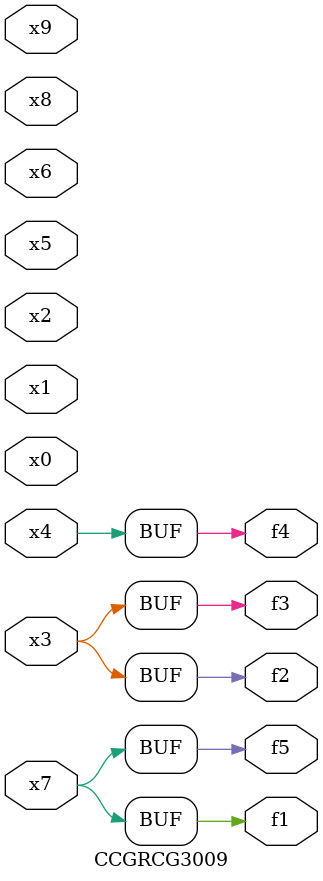
<source format=v>
module CCGRCG3009(
	input x0, x1, x2, x3, x4, x5, x6, x7, x8, x9,
	output f1, f2, f3, f4, f5
);
	assign f1 = x7;
	assign f2 = x3;
	assign f3 = x3;
	assign f4 = x4;
	assign f5 = x7;
endmodule

</source>
